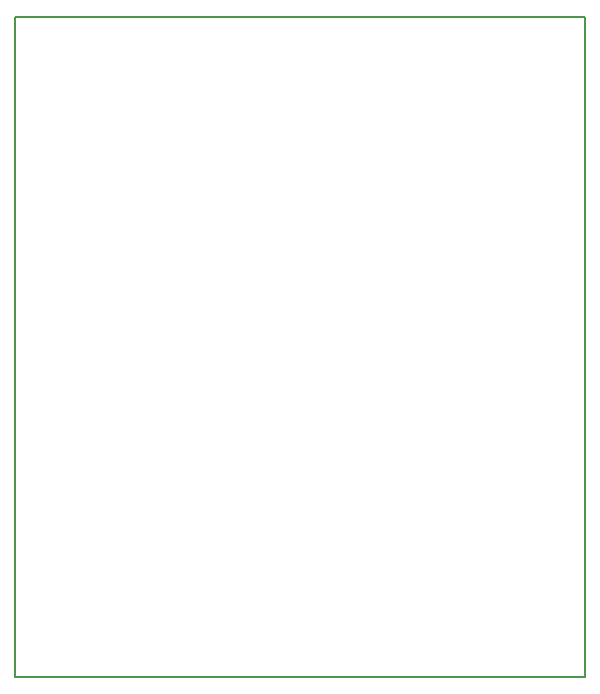
<source format=gm1>
%TF.GenerationSoftware,KiCad,Pcbnew,4.0.2-stable*%
%TF.CreationDate,2016-04-26T19:03:57-04:00*%
%TF.ProjectId,Programmer,50726F6772616D6D65722E6B69636164,rev?*%
%TF.FileFunction,Profile,NP*%
%FSLAX46Y46*%
G04 Gerber Fmt 4.6, Leading zero omitted, Abs format (unit mm)*
G04 Created by KiCad (PCBNEW 4.0.2-stable) date 4/26/2016 7:03:57 PM*
%MOMM*%
G01*
G04 APERTURE LIST*
%ADD10C,0.127000*%
G04 APERTURE END LIST*
D10*
X16510000Y-21590000D02*
X16510000Y-77470000D01*
X64770000Y-21590000D02*
X16510000Y-21590000D01*
X64770000Y-77470000D02*
X64770000Y-21590000D01*
X16510000Y-77470000D02*
X64770000Y-77470000D01*
M02*

</source>
